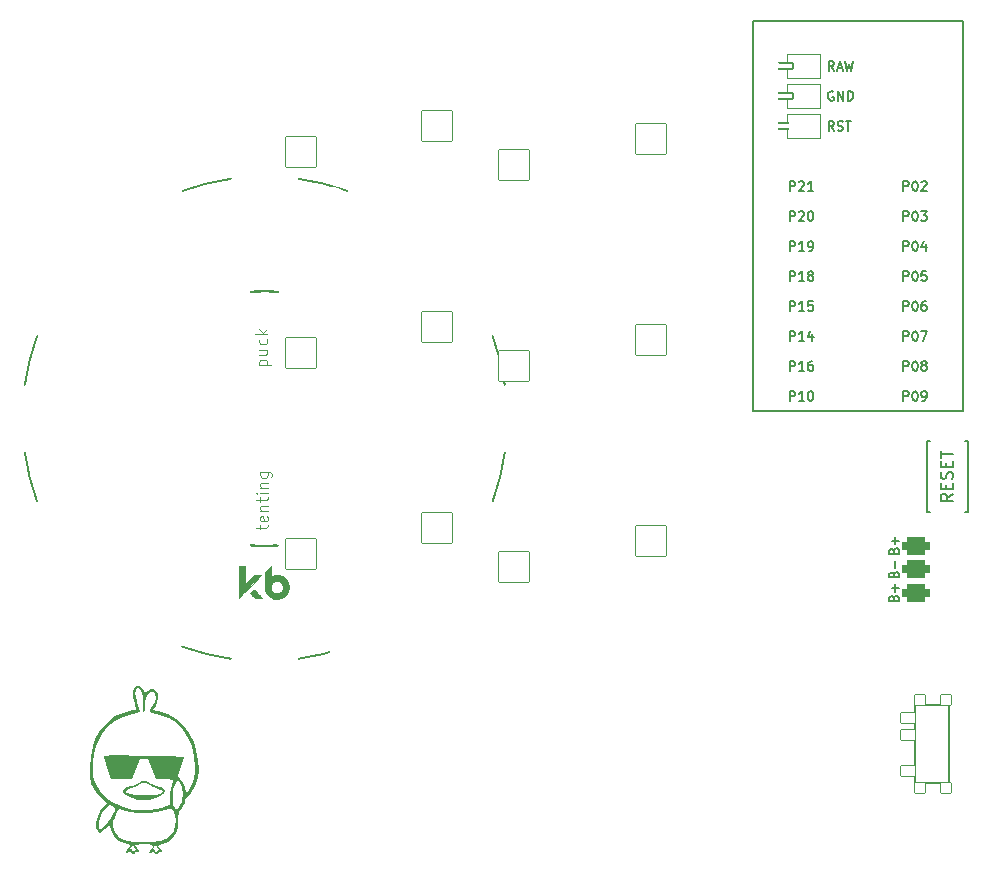
<source format=gto>
%TF.GenerationSoftware,KiCad,Pcbnew,(6.0.4)*%
%TF.CreationDate,2022-07-31T17:14:54+02:00*%
%TF.ProjectId,konafa,6b6f6e61-6661-42e6-9b69-6361645f7063,v1.0.0*%
%TF.SameCoordinates,Original*%
%TF.FileFunction,Legend,Top*%
%TF.FilePolarity,Positive*%
%FSLAX46Y46*%
G04 Gerber Fmt 4.6, Leading zero omitted, Abs format (unit mm)*
G04 Created by KiCad (PCBNEW (6.0.4)) date 2022-07-31 17:14:54*
%MOMM*%
%LPD*%
G01*
G04 APERTURE LIST*
G04 Aperture macros list*
%AMRoundRect*
0 Rectangle with rounded corners*
0 $1 Rounding radius*
0 $2 $3 $4 $5 $6 $7 $8 $9 X,Y pos of 4 corners*
0 Add a 4 corners polygon primitive as box body*
4,1,4,$2,$3,$4,$5,$6,$7,$8,$9,$2,$3,0*
0 Add four circle primitives for the rounded corners*
1,1,$1+$1,$2,$3*
1,1,$1+$1,$4,$5*
1,1,$1+$1,$6,$7*
1,1,$1+$1,$8,$9*
0 Add four rect primitives between the rounded corners*
20,1,$1+$1,$2,$3,$4,$5,0*
20,1,$1+$1,$4,$5,$6,$7,0*
20,1,$1+$1,$6,$7,$8,$9,0*
20,1,$1+$1,$8,$9,$2,$3,0*%
%AMFreePoly0*
4,1,16,0.535355,0.785355,0.550000,0.750000,0.550000,-0.750000,0.535355,-0.785355,0.500000,-0.800000,-0.650000,-0.800000,-0.685355,-0.785355,-0.700000,-0.750000,-0.691603,-0.722265,-0.210093,0.000000,-0.691603,0.722265,-0.699029,0.759806,-0.677735,0.791603,-0.650000,0.800000,0.500000,0.800000,0.535355,0.785355,0.535355,0.785355,$1*%
%AMFreePoly1*
4,1,16,0.535355,0.785355,0.541603,0.777735,1.041603,0.027735,1.049029,-0.009806,1.041603,-0.027735,0.541603,-0.777735,0.509806,-0.799029,0.500000,-0.800000,-0.500000,-0.800000,-0.535355,-0.785355,-0.550000,-0.750000,-0.550000,0.750000,-0.535355,0.785355,-0.500000,0.800000,0.500000,0.800000,0.535355,0.785355,0.535355,0.785355,$1*%
G04 Aperture macros list end*
%ADD10C,0.150000*%
%ADD11C,0.100000*%
%ADD12C,0.120000*%
%ADD13C,0.200000*%
%ADD14C,0.010000*%
%ADD15C,2.000000*%
%ADD16RoundRect,0.375000X-0.750000X0.375000X-0.750000X-0.375000X0.750000X-0.375000X0.750000X0.375000X0*%
%ADD17C,1.752600*%
%ADD18C,5.100000*%
%ADD19C,2.100000*%
%ADD20C,3.100000*%
%ADD21C,1.801800*%
%ADD22C,3.529000*%
%ADD23C,2.132000*%
%ADD24RoundRect,0.050000X-1.054507X-1.505993X1.505993X-1.054507X1.054507X1.505993X-1.505993X1.054507X0*%
%ADD25RoundRect,0.050000X-1.181751X-1.408356X1.408356X-1.181751X1.181751X1.408356X-1.408356X1.181751X0*%
%ADD26RoundRect,0.050000X-1.300000X-1.300000X1.300000X-1.300000X1.300000X1.300000X-1.300000X1.300000X0*%
%ADD27RoundRect,0.050000X-0.450000X0.450000X-0.450000X-0.450000X0.450000X-0.450000X0.450000X0.450000X0*%
%ADD28RoundRect,0.050000X-0.625000X0.450000X-0.625000X-0.450000X0.625000X-0.450000X0.625000X0.450000X0*%
%ADD29C,1.100000*%
%ADD30RoundRect,0.050000X-1.692328X-0.718350X0.718350X-1.692328X1.692328X0.718350X-0.718350X1.692328X0*%
%ADD31RoundRect,0.425000X-0.750000X0.375000X-0.750000X-0.375000X0.750000X-0.375000X0.750000X0.375000X0*%
%ADD32RoundRect,0.050000X-0.863113X-1.623279X1.623279X-0.863113X0.863113X1.623279X-1.623279X0.863113X0*%
%ADD33RoundRect,0.050000X-1.448740X-1.131880X1.131880X-1.448740X1.448740X1.131880X-1.131880X1.448740X0*%
%ADD34C,1.852600*%
%ADD35FreePoly0,180.000000*%
%ADD36RoundRect,0.050000X-0.762000X0.250000X-0.762000X-0.250000X0.762000X-0.250000X0.762000X0.250000X0*%
%ADD37FreePoly1,180.000000*%
%ADD38C,4.500000*%
G04 APERTURE END LIST*
D10*
%TO.C,*%
%TO.C,B1*%
X162359171Y80540873D02*
X161882981Y80207539D01*
X162359171Y79969444D02*
X161359171Y79969444D01*
X161359171Y80350396D01*
X161406791Y80445634D01*
X161454410Y80493254D01*
X161549648Y80540873D01*
X161692505Y80540873D01*
X161787743Y80493254D01*
X161835362Y80445634D01*
X161882981Y80350396D01*
X161882981Y79969444D01*
X161835362Y80969444D02*
X161835362Y81302777D01*
X162359171Y81445634D02*
X162359171Y80969444D01*
X161359171Y80969444D01*
X161359171Y81445634D01*
X162311552Y81826587D02*
X162359171Y81969444D01*
X162359171Y82207539D01*
X162311552Y82302777D01*
X162263933Y82350396D01*
X162168695Y82398015D01*
X162073457Y82398015D01*
X161978219Y82350396D01*
X161930600Y82302777D01*
X161882981Y82207539D01*
X161835362Y82017063D01*
X161787743Y81921825D01*
X161740124Y81874206D01*
X161644886Y81826587D01*
X161549648Y81826587D01*
X161454410Y81874206D01*
X161406791Y81921825D01*
X161359171Y82017063D01*
X161359171Y82255158D01*
X161406791Y82398015D01*
X161835362Y82826587D02*
X161835362Y83159920D01*
X162359171Y83302777D02*
X162359171Y82826587D01*
X161359171Y82826587D01*
X161359171Y83302777D01*
X161359171Y83588492D02*
X161359171Y84159920D01*
X162359171Y83874206D02*
X161359171Y83874206D01*
%TO.C,PAD1*%
X157382648Y73724158D02*
X157420743Y73838444D01*
X157458838Y73876539D01*
X157535029Y73914634D01*
X157649314Y73914634D01*
X157725505Y73876539D01*
X157763600Y73838444D01*
X157801695Y73762254D01*
X157801695Y73457492D01*
X157001695Y73457492D01*
X157001695Y73724158D01*
X157039791Y73800349D01*
X157077886Y73838444D01*
X157154076Y73876539D01*
X157230267Y73876539D01*
X157306457Y73838444D01*
X157344552Y73800349D01*
X157382648Y73724158D01*
X157382648Y73457492D01*
X157496933Y74257492D02*
X157496933Y74867015D01*
X157382648Y75724158D02*
X157420743Y75838444D01*
X157458838Y75876539D01*
X157535029Y75914634D01*
X157649314Y75914634D01*
X157725505Y75876539D01*
X157763600Y75838444D01*
X157801695Y75762254D01*
X157801695Y75457492D01*
X157001695Y75457492D01*
X157001695Y75724158D01*
X157039791Y75800349D01*
X157077886Y75838444D01*
X157154076Y75876539D01*
X157230267Y75876539D01*
X157306457Y75838444D01*
X157344552Y75800349D01*
X157382648Y75724158D01*
X157382648Y75457492D01*
X157496933Y76257492D02*
X157496933Y76867015D01*
X157801695Y76562254D02*
X157192171Y76562254D01*
X157382648Y71724158D02*
X157420743Y71838444D01*
X157458838Y71876539D01*
X157535029Y71914634D01*
X157649314Y71914634D01*
X157725505Y71876539D01*
X157763600Y71838444D01*
X157801695Y71762254D01*
X157801695Y71457492D01*
X157001695Y71457492D01*
X157001695Y71724158D01*
X157039791Y71800349D01*
X157077886Y71838444D01*
X157154076Y71876539D01*
X157230267Y71876539D01*
X157306457Y71838444D01*
X157344552Y71800349D01*
X157382648Y71724158D01*
X157382648Y71457492D01*
X157496933Y72257492D02*
X157496933Y72867015D01*
X157801695Y72562254D02*
X157192171Y72562254D01*
%TO.C,MCU1*%
X158185784Y90977349D02*
X158185784Y91777349D01*
X158490546Y91777349D01*
X158566736Y91739254D01*
X158604832Y91701158D01*
X158642927Y91624968D01*
X158642927Y91510682D01*
X158604832Y91434492D01*
X158566736Y91396396D01*
X158490546Y91358301D01*
X158185784Y91358301D01*
X159138165Y91777349D02*
X159214355Y91777349D01*
X159290546Y91739254D01*
X159328641Y91701158D01*
X159366736Y91624968D01*
X159404832Y91472587D01*
X159404832Y91282111D01*
X159366736Y91129730D01*
X159328641Y91053539D01*
X159290546Y91015444D01*
X159214355Y90977349D01*
X159138165Y90977349D01*
X159061974Y91015444D01*
X159023879Y91053539D01*
X158985784Y91129730D01*
X158947689Y91282111D01*
X158947689Y91472587D01*
X158985784Y91624968D01*
X159023879Y91701158D01*
X159061974Y91739254D01*
X159138165Y91777349D01*
X159861974Y91434492D02*
X159785784Y91472587D01*
X159747689Y91510682D01*
X159709593Y91586873D01*
X159709593Y91624968D01*
X159747689Y91701158D01*
X159785784Y91739254D01*
X159861974Y91777349D01*
X160014355Y91777349D01*
X160090546Y91739254D01*
X160128641Y91701158D01*
X160166736Y91624968D01*
X160166736Y91586873D01*
X160128641Y91510682D01*
X160090546Y91472587D01*
X160014355Y91434492D01*
X159861974Y91434492D01*
X159785784Y91396396D01*
X159747689Y91358301D01*
X159709593Y91282111D01*
X159709593Y91129730D01*
X159747689Y91053539D01*
X159785784Y91015444D01*
X159861974Y90977349D01*
X160014355Y90977349D01*
X160090546Y91015444D01*
X160128641Y91053539D01*
X160166736Y91129730D01*
X160166736Y91282111D01*
X160128641Y91358301D01*
X160090546Y91396396D01*
X160014355Y91434492D01*
X148585784Y106217349D02*
X148585784Y107017349D01*
X148890546Y107017349D01*
X148966736Y106979254D01*
X149004832Y106941158D01*
X149042927Y106864968D01*
X149042927Y106750682D01*
X149004832Y106674492D01*
X148966736Y106636396D01*
X148890546Y106598301D01*
X148585784Y106598301D01*
X149347689Y106941158D02*
X149385784Y106979254D01*
X149461974Y107017349D01*
X149652451Y107017349D01*
X149728641Y106979254D01*
X149766736Y106941158D01*
X149804832Y106864968D01*
X149804832Y106788777D01*
X149766736Y106674492D01*
X149309593Y106217349D01*
X149804832Y106217349D01*
X150566736Y106217349D02*
X150109593Y106217349D01*
X150338165Y106217349D02*
X150338165Y107017349D01*
X150261974Y106903063D01*
X150185784Y106826873D01*
X150109593Y106788777D01*
X148585784Y93517349D02*
X148585784Y94317349D01*
X148890546Y94317349D01*
X148966736Y94279254D01*
X149004832Y94241158D01*
X149042927Y94164968D01*
X149042927Y94050682D01*
X149004832Y93974492D01*
X148966736Y93936396D01*
X148890546Y93898301D01*
X148585784Y93898301D01*
X149804832Y93517349D02*
X149347689Y93517349D01*
X149576260Y93517349D02*
X149576260Y94317349D01*
X149500070Y94203063D01*
X149423879Y94126873D01*
X149347689Y94088777D01*
X150490546Y94050682D02*
X150490546Y93517349D01*
X150300070Y94355444D02*
X150109593Y93784015D01*
X150604832Y93784015D01*
X148585784Y103677349D02*
X148585784Y104477349D01*
X148890546Y104477349D01*
X148966736Y104439254D01*
X149004832Y104401158D01*
X149042927Y104324968D01*
X149042927Y104210682D01*
X149004832Y104134492D01*
X148966736Y104096396D01*
X148890546Y104058301D01*
X148585784Y104058301D01*
X149347689Y104401158D02*
X149385784Y104439254D01*
X149461974Y104477349D01*
X149652451Y104477349D01*
X149728641Y104439254D01*
X149766736Y104401158D01*
X149804832Y104324968D01*
X149804832Y104248777D01*
X149766736Y104134492D01*
X149309593Y103677349D01*
X149804832Y103677349D01*
X150300070Y104477349D02*
X150376260Y104477349D01*
X150452451Y104439254D01*
X150490546Y104401158D01*
X150528641Y104324968D01*
X150566736Y104172587D01*
X150566736Y103982111D01*
X150528641Y103829730D01*
X150490546Y103753539D01*
X150452451Y103715444D01*
X150376260Y103677349D01*
X150300070Y103677349D01*
X150223879Y103715444D01*
X150185784Y103753539D01*
X150147689Y103829730D01*
X150109593Y103982111D01*
X150109593Y104172587D01*
X150147689Y104324968D01*
X150185784Y104401158D01*
X150223879Y104439254D01*
X150300070Y104477349D01*
X152305594Y111297349D02*
X152038928Y111678301D01*
X151848451Y111297349D02*
X151848451Y112097349D01*
X152153213Y112097349D01*
X152229404Y112059254D01*
X152267499Y112021158D01*
X152305594Y111944968D01*
X152305594Y111830682D01*
X152267499Y111754492D01*
X152229404Y111716396D01*
X152153213Y111678301D01*
X151848451Y111678301D01*
X152610356Y111335444D02*
X152724642Y111297349D01*
X152915118Y111297349D01*
X152991309Y111335444D01*
X153029404Y111373539D01*
X153067499Y111449730D01*
X153067499Y111525920D01*
X153029404Y111602111D01*
X152991309Y111640206D01*
X152915118Y111678301D01*
X152762737Y111716396D01*
X152686547Y111754492D01*
X152648451Y111792587D01*
X152610356Y111868777D01*
X152610356Y111944968D01*
X152648451Y112021158D01*
X152686547Y112059254D01*
X152762737Y112097349D01*
X152953213Y112097349D01*
X153067499Y112059254D01*
X153296070Y112097349D02*
X153753213Y112097349D01*
X153524642Y111297349D02*
X153524642Y112097349D01*
X158185784Y88437349D02*
X158185784Y89237349D01*
X158490546Y89237349D01*
X158566736Y89199254D01*
X158604832Y89161158D01*
X158642927Y89084968D01*
X158642927Y88970682D01*
X158604832Y88894492D01*
X158566736Y88856396D01*
X158490546Y88818301D01*
X158185784Y88818301D01*
X159138165Y89237349D02*
X159214355Y89237349D01*
X159290546Y89199254D01*
X159328641Y89161158D01*
X159366736Y89084968D01*
X159404832Y88932587D01*
X159404832Y88742111D01*
X159366736Y88589730D01*
X159328641Y88513539D01*
X159290546Y88475444D01*
X159214355Y88437349D01*
X159138165Y88437349D01*
X159061974Y88475444D01*
X159023879Y88513539D01*
X158985784Y88589730D01*
X158947689Y88742111D01*
X158947689Y88932587D01*
X158985784Y89084968D01*
X159023879Y89161158D01*
X159061974Y89199254D01*
X159138165Y89237349D01*
X159785784Y88437349D02*
X159938165Y88437349D01*
X160014355Y88475444D01*
X160052451Y88513539D01*
X160128641Y88627825D01*
X160166736Y88780206D01*
X160166736Y89084968D01*
X160128641Y89161158D01*
X160090546Y89199254D01*
X160014355Y89237349D01*
X159861974Y89237349D01*
X159785784Y89199254D01*
X159747689Y89161158D01*
X159709593Y89084968D01*
X159709593Y88894492D01*
X159747689Y88818301D01*
X159785784Y88780206D01*
X159861974Y88742111D01*
X160014355Y88742111D01*
X160090546Y88780206D01*
X160128641Y88818301D01*
X160166736Y88894492D01*
X148585784Y90977349D02*
X148585784Y91777349D01*
X148890546Y91777349D01*
X148966736Y91739254D01*
X149004832Y91701158D01*
X149042927Y91624968D01*
X149042927Y91510682D01*
X149004832Y91434492D01*
X148966736Y91396396D01*
X148890546Y91358301D01*
X148585784Y91358301D01*
X149804832Y90977349D02*
X149347689Y90977349D01*
X149576260Y90977349D02*
X149576260Y91777349D01*
X149500070Y91663063D01*
X149423879Y91586873D01*
X149347689Y91548777D01*
X150490546Y91777349D02*
X150338165Y91777349D01*
X150261974Y91739254D01*
X150223879Y91701158D01*
X150147689Y91586873D01*
X150109593Y91434492D01*
X150109593Y91129730D01*
X150147689Y91053539D01*
X150185784Y91015444D01*
X150261974Y90977349D01*
X150414355Y90977349D01*
X150490546Y91015444D01*
X150528641Y91053539D01*
X150566736Y91129730D01*
X150566736Y91320206D01*
X150528641Y91396396D01*
X150490546Y91434492D01*
X150414355Y91472587D01*
X150261974Y91472587D01*
X150185784Y91434492D01*
X150147689Y91396396D01*
X150109593Y91320206D01*
X152305595Y116377349D02*
X152038928Y116758301D01*
X151848452Y116377349D02*
X151848452Y117177349D01*
X152153214Y117177349D01*
X152229404Y117139254D01*
X152267499Y117101158D01*
X152305595Y117024968D01*
X152305595Y116910682D01*
X152267499Y116834492D01*
X152229404Y116796396D01*
X152153214Y116758301D01*
X151848452Y116758301D01*
X152610356Y116605920D02*
X152991309Y116605920D01*
X152534166Y116377349D02*
X152800833Y117177349D01*
X153067499Y116377349D01*
X153257976Y117177349D02*
X153448452Y116377349D01*
X153600833Y116948777D01*
X153753214Y116377349D01*
X153943690Y117177349D01*
X158185784Y106217349D02*
X158185784Y107017349D01*
X158490546Y107017349D01*
X158566736Y106979254D01*
X158604832Y106941158D01*
X158642927Y106864968D01*
X158642927Y106750682D01*
X158604832Y106674492D01*
X158566736Y106636396D01*
X158490546Y106598301D01*
X158185784Y106598301D01*
X159138165Y107017349D02*
X159214355Y107017349D01*
X159290546Y106979254D01*
X159328641Y106941158D01*
X159366736Y106864968D01*
X159404832Y106712587D01*
X159404832Y106522111D01*
X159366736Y106369730D01*
X159328641Y106293539D01*
X159290546Y106255444D01*
X159214355Y106217349D01*
X159138165Y106217349D01*
X159061974Y106255444D01*
X159023879Y106293539D01*
X158985784Y106369730D01*
X158947689Y106522111D01*
X158947689Y106712587D01*
X158985784Y106864968D01*
X159023879Y106941158D01*
X159061974Y106979254D01*
X159138165Y107017349D01*
X159709593Y106941158D02*
X159747689Y106979254D01*
X159823879Y107017349D01*
X160014355Y107017349D01*
X160090546Y106979254D01*
X160128641Y106941158D01*
X160166736Y106864968D01*
X160166736Y106788777D01*
X160128641Y106674492D01*
X159671498Y106217349D01*
X160166736Y106217349D01*
X148585784Y98597349D02*
X148585784Y99397349D01*
X148890546Y99397349D01*
X148966736Y99359254D01*
X149004832Y99321158D01*
X149042927Y99244968D01*
X149042927Y99130682D01*
X149004832Y99054492D01*
X148966736Y99016396D01*
X148890546Y98978301D01*
X148585784Y98978301D01*
X149804832Y98597349D02*
X149347689Y98597349D01*
X149576260Y98597349D02*
X149576260Y99397349D01*
X149500070Y99283063D01*
X149423879Y99206873D01*
X149347689Y99168777D01*
X150261974Y99054492D02*
X150185784Y99092587D01*
X150147689Y99130682D01*
X150109593Y99206873D01*
X150109593Y99244968D01*
X150147689Y99321158D01*
X150185784Y99359254D01*
X150261974Y99397349D01*
X150414355Y99397349D01*
X150490546Y99359254D01*
X150528641Y99321158D01*
X150566736Y99244968D01*
X150566736Y99206873D01*
X150528641Y99130682D01*
X150490546Y99092587D01*
X150414355Y99054492D01*
X150261974Y99054492D01*
X150185784Y99016396D01*
X150147689Y98978301D01*
X150109593Y98902111D01*
X150109593Y98749730D01*
X150147689Y98673539D01*
X150185784Y98635444D01*
X150261974Y98597349D01*
X150414355Y98597349D01*
X150490546Y98635444D01*
X150528641Y98673539D01*
X150566736Y98749730D01*
X150566736Y98902111D01*
X150528641Y98978301D01*
X150490546Y99016396D01*
X150414355Y99054492D01*
X148585784Y88437349D02*
X148585784Y89237349D01*
X148890546Y89237349D01*
X148966736Y89199254D01*
X149004832Y89161158D01*
X149042927Y89084968D01*
X149042927Y88970682D01*
X149004832Y88894492D01*
X148966736Y88856396D01*
X148890546Y88818301D01*
X148585784Y88818301D01*
X149804832Y88437349D02*
X149347689Y88437349D01*
X149576260Y88437349D02*
X149576260Y89237349D01*
X149500070Y89123063D01*
X149423879Y89046873D01*
X149347689Y89008777D01*
X150300070Y89237349D02*
X150376260Y89237349D01*
X150452451Y89199254D01*
X150490546Y89161158D01*
X150528641Y89084968D01*
X150566736Y88932587D01*
X150566736Y88742111D01*
X150528641Y88589730D01*
X150490546Y88513539D01*
X150452451Y88475444D01*
X150376260Y88437349D01*
X150300070Y88437349D01*
X150223879Y88475444D01*
X150185784Y88513539D01*
X150147689Y88589730D01*
X150109593Y88742111D01*
X150109593Y88932587D01*
X150147689Y89084968D01*
X150185784Y89161158D01*
X150223879Y89199254D01*
X150300070Y89237349D01*
X158185784Y103677349D02*
X158185784Y104477349D01*
X158490546Y104477349D01*
X158566736Y104439254D01*
X158604832Y104401158D01*
X158642927Y104324968D01*
X158642927Y104210682D01*
X158604832Y104134492D01*
X158566736Y104096396D01*
X158490546Y104058301D01*
X158185784Y104058301D01*
X159138165Y104477349D02*
X159214355Y104477349D01*
X159290546Y104439254D01*
X159328641Y104401158D01*
X159366736Y104324968D01*
X159404832Y104172587D01*
X159404832Y103982111D01*
X159366736Y103829730D01*
X159328641Y103753539D01*
X159290546Y103715444D01*
X159214355Y103677349D01*
X159138165Y103677349D01*
X159061974Y103715444D01*
X159023879Y103753539D01*
X158985784Y103829730D01*
X158947689Y103982111D01*
X158947689Y104172587D01*
X158985784Y104324968D01*
X159023879Y104401158D01*
X159061974Y104439254D01*
X159138165Y104477349D01*
X159671498Y104477349D02*
X160166736Y104477349D01*
X159900070Y104172587D01*
X160014355Y104172587D01*
X160090546Y104134492D01*
X160128641Y104096396D01*
X160166736Y104020206D01*
X160166736Y103829730D01*
X160128641Y103753539D01*
X160090546Y103715444D01*
X160014355Y103677349D01*
X159785784Y103677349D01*
X159709593Y103715444D01*
X159671498Y103753539D01*
X158185784Y93517349D02*
X158185784Y94317349D01*
X158490546Y94317349D01*
X158566736Y94279254D01*
X158604832Y94241158D01*
X158642927Y94164968D01*
X158642927Y94050682D01*
X158604832Y93974492D01*
X158566736Y93936396D01*
X158490546Y93898301D01*
X158185784Y93898301D01*
X159138165Y94317349D02*
X159214355Y94317349D01*
X159290546Y94279254D01*
X159328641Y94241158D01*
X159366736Y94164968D01*
X159404832Y94012587D01*
X159404832Y93822111D01*
X159366736Y93669730D01*
X159328641Y93593539D01*
X159290546Y93555444D01*
X159214355Y93517349D01*
X159138165Y93517349D01*
X159061974Y93555444D01*
X159023879Y93593539D01*
X158985784Y93669730D01*
X158947689Y93822111D01*
X158947689Y94012587D01*
X158985784Y94164968D01*
X159023879Y94241158D01*
X159061974Y94279254D01*
X159138165Y94317349D01*
X159671498Y94317349D02*
X160204832Y94317349D01*
X159861974Y93517349D01*
X148585784Y101137349D02*
X148585784Y101937349D01*
X148890546Y101937349D01*
X148966736Y101899254D01*
X149004832Y101861158D01*
X149042927Y101784968D01*
X149042927Y101670682D01*
X149004832Y101594492D01*
X148966736Y101556396D01*
X148890546Y101518301D01*
X148585784Y101518301D01*
X149804832Y101137349D02*
X149347689Y101137349D01*
X149576260Y101137349D02*
X149576260Y101937349D01*
X149500070Y101823063D01*
X149423879Y101746873D01*
X149347689Y101708777D01*
X150185784Y101137349D02*
X150338165Y101137349D01*
X150414355Y101175444D01*
X150452451Y101213539D01*
X150528641Y101327825D01*
X150566736Y101480206D01*
X150566736Y101784968D01*
X150528641Y101861158D01*
X150490546Y101899254D01*
X150414355Y101937349D01*
X150261974Y101937349D01*
X150185784Y101899254D01*
X150147689Y101861158D01*
X150109593Y101784968D01*
X150109593Y101594492D01*
X150147689Y101518301D01*
X150185784Y101480206D01*
X150261974Y101442111D01*
X150414355Y101442111D01*
X150490546Y101480206D01*
X150528641Y101518301D01*
X150566736Y101594492D01*
X152248452Y114599254D02*
X152172261Y114637349D01*
X152057976Y114637349D01*
X151943690Y114599254D01*
X151867499Y114523063D01*
X151829404Y114446873D01*
X151791309Y114294492D01*
X151791309Y114180206D01*
X151829404Y114027825D01*
X151867499Y113951634D01*
X151943690Y113875444D01*
X152057976Y113837349D01*
X152134166Y113837349D01*
X152248452Y113875444D01*
X152286547Y113913539D01*
X152286547Y114180206D01*
X152134166Y114180206D01*
X152629404Y113837349D02*
X152629404Y114637349D01*
X153086547Y113837349D01*
X153086547Y114637349D01*
X153467499Y113837349D02*
X153467499Y114637349D01*
X153657976Y114637349D01*
X153772261Y114599254D01*
X153848452Y114523063D01*
X153886547Y114446873D01*
X153924642Y114294492D01*
X153924642Y114180206D01*
X153886547Y114027825D01*
X153848452Y113951634D01*
X153772261Y113875444D01*
X153657976Y113837349D01*
X153467499Y113837349D01*
X158185784Y101137349D02*
X158185784Y101937349D01*
X158490546Y101937349D01*
X158566736Y101899254D01*
X158604832Y101861158D01*
X158642927Y101784968D01*
X158642927Y101670682D01*
X158604832Y101594492D01*
X158566736Y101556396D01*
X158490546Y101518301D01*
X158185784Y101518301D01*
X159138165Y101937349D02*
X159214355Y101937349D01*
X159290546Y101899254D01*
X159328641Y101861158D01*
X159366736Y101784968D01*
X159404832Y101632587D01*
X159404832Y101442111D01*
X159366736Y101289730D01*
X159328641Y101213539D01*
X159290546Y101175444D01*
X159214355Y101137349D01*
X159138165Y101137349D01*
X159061974Y101175444D01*
X159023879Y101213539D01*
X158985784Y101289730D01*
X158947689Y101442111D01*
X158947689Y101632587D01*
X158985784Y101784968D01*
X159023879Y101861158D01*
X159061974Y101899254D01*
X159138165Y101937349D01*
X160090546Y101670682D02*
X160090546Y101137349D01*
X159900070Y101975444D02*
X159709593Y101404015D01*
X160204832Y101404015D01*
X158185784Y98597349D02*
X158185784Y99397349D01*
X158490546Y99397349D01*
X158566736Y99359254D01*
X158604832Y99321158D01*
X158642927Y99244968D01*
X158642927Y99130682D01*
X158604832Y99054492D01*
X158566736Y99016396D01*
X158490546Y98978301D01*
X158185784Y98978301D01*
X159138165Y99397349D02*
X159214355Y99397349D01*
X159290546Y99359254D01*
X159328641Y99321158D01*
X159366736Y99244968D01*
X159404832Y99092587D01*
X159404832Y98902111D01*
X159366736Y98749730D01*
X159328641Y98673539D01*
X159290546Y98635444D01*
X159214355Y98597349D01*
X159138165Y98597349D01*
X159061974Y98635444D01*
X159023879Y98673539D01*
X158985784Y98749730D01*
X158947689Y98902111D01*
X158947689Y99092587D01*
X158985784Y99244968D01*
X159023879Y99321158D01*
X159061974Y99359254D01*
X159138165Y99397349D01*
X160128641Y99397349D02*
X159747689Y99397349D01*
X159709593Y99016396D01*
X159747689Y99054492D01*
X159823879Y99092587D01*
X160014355Y99092587D01*
X160090546Y99054492D01*
X160128641Y99016396D01*
X160166736Y98940206D01*
X160166736Y98749730D01*
X160128641Y98673539D01*
X160090546Y98635444D01*
X160014355Y98597349D01*
X159823879Y98597349D01*
X159747689Y98635444D01*
X159709593Y98673539D01*
X148585784Y96057349D02*
X148585784Y96857349D01*
X148890546Y96857349D01*
X148966736Y96819254D01*
X149004832Y96781158D01*
X149042927Y96704968D01*
X149042927Y96590682D01*
X149004832Y96514492D01*
X148966736Y96476396D01*
X148890546Y96438301D01*
X148585784Y96438301D01*
X149804832Y96057349D02*
X149347689Y96057349D01*
X149576260Y96057349D02*
X149576260Y96857349D01*
X149500070Y96743063D01*
X149423879Y96666873D01*
X149347689Y96628777D01*
X150528641Y96857349D02*
X150147689Y96857349D01*
X150109593Y96476396D01*
X150147689Y96514492D01*
X150223879Y96552587D01*
X150414355Y96552587D01*
X150490546Y96514492D01*
X150528641Y96476396D01*
X150566736Y96400206D01*
X150566736Y96209730D01*
X150528641Y96133539D01*
X150490546Y96095444D01*
X150414355Y96057349D01*
X150223879Y96057349D01*
X150147689Y96095444D01*
X150109593Y96133539D01*
X158185784Y96057349D02*
X158185784Y96857349D01*
X158490546Y96857349D01*
X158566736Y96819254D01*
X158604832Y96781158D01*
X158642927Y96704968D01*
X158642927Y96590682D01*
X158604832Y96514492D01*
X158566736Y96476396D01*
X158490546Y96438301D01*
X158185784Y96438301D01*
X159138165Y96857349D02*
X159214355Y96857349D01*
X159290546Y96819254D01*
X159328641Y96781158D01*
X159366736Y96704968D01*
X159404832Y96552587D01*
X159404832Y96362111D01*
X159366736Y96209730D01*
X159328641Y96133539D01*
X159290546Y96095444D01*
X159214355Y96057349D01*
X159138165Y96057349D01*
X159061974Y96095444D01*
X159023879Y96133539D01*
X158985784Y96209730D01*
X158947689Y96362111D01*
X158947689Y96552587D01*
X158985784Y96704968D01*
X159023879Y96781158D01*
X159061974Y96819254D01*
X159138165Y96857349D01*
X160090546Y96857349D02*
X159938165Y96857349D01*
X159861974Y96819254D01*
X159823879Y96781158D01*
X159747689Y96666873D01*
X159709593Y96514492D01*
X159709593Y96209730D01*
X159747689Y96133539D01*
X159785784Y96095444D01*
X159861974Y96057349D01*
X160014355Y96057349D01*
X160090546Y96095444D01*
X160128641Y96133539D01*
X160166736Y96209730D01*
X160166736Y96400206D01*
X160128641Y96476396D01*
X160090546Y96514492D01*
X160014355Y96552587D01*
X159861974Y96552587D01*
X159785784Y96514492D01*
X159747689Y96476396D01*
X159709593Y96400206D01*
D11*
%TO.C,REF\u002A\u002A*%
X103717005Y77536254D02*
X103717005Y77917206D01*
X103383671Y77679111D02*
X104240814Y77679111D01*
X104336052Y77726730D01*
X104383671Y77821968D01*
X104383671Y77917206D01*
X104336052Y78631492D02*
X104383671Y78536254D01*
X104383671Y78345777D01*
X104336052Y78250539D01*
X104240814Y78202920D01*
X103859862Y78202920D01*
X103764624Y78250539D01*
X103717005Y78345777D01*
X103717005Y78536254D01*
X103764624Y78631492D01*
X103859862Y78679111D01*
X103955100Y78679111D01*
X104050338Y78202920D01*
X103717005Y79107682D02*
X104383671Y79107682D01*
X103812243Y79107682D02*
X103764624Y79155301D01*
X103717005Y79250539D01*
X103717005Y79393396D01*
X103764624Y79488634D01*
X103859862Y79536254D01*
X104383671Y79536254D01*
X103717005Y79869587D02*
X103717005Y80250539D01*
X103383671Y80012444D02*
X104240814Y80012444D01*
X104336052Y80060063D01*
X104383671Y80155301D01*
X104383671Y80250539D01*
X104383671Y80583873D02*
X103717005Y80583873D01*
X103383671Y80583873D02*
X103431291Y80536254D01*
X103478910Y80583873D01*
X103431291Y80631492D01*
X103383671Y80583873D01*
X103478910Y80583873D01*
X103717005Y81060063D02*
X104383671Y81060063D01*
X103812243Y81060063D02*
X103764624Y81107682D01*
X103717005Y81202920D01*
X103717005Y81345777D01*
X103764624Y81441015D01*
X103859862Y81488634D01*
X104383671Y81488634D01*
X103717005Y82393396D02*
X104526529Y82393396D01*
X104621767Y82345777D01*
X104669386Y82298158D01*
X104717005Y82202920D01*
X104717005Y82060063D01*
X104669386Y81964825D01*
X104336052Y82393396D02*
X104383671Y82298158D01*
X104383671Y82107682D01*
X104336052Y82012444D01*
X104288433Y81964825D01*
X104193195Y81917206D01*
X103907481Y81917206D01*
X103812243Y81964825D01*
X103764624Y82012444D01*
X103717005Y82107682D01*
X103717005Y82298158D01*
X103764624Y82393396D01*
X103653505Y91426754D02*
X104653505Y91426754D01*
X103701124Y91426754D02*
X103653505Y91521992D01*
X103653505Y91712468D01*
X103701124Y91807706D01*
X103748743Y91855325D01*
X103843981Y91902944D01*
X104129695Y91902944D01*
X104224933Y91855325D01*
X104272552Y91807706D01*
X104320171Y91712468D01*
X104320171Y91521992D01*
X104272552Y91426754D01*
X103653505Y92760087D02*
X104320171Y92760087D01*
X103653505Y92331515D02*
X104177314Y92331515D01*
X104272552Y92379134D01*
X104320171Y92474373D01*
X104320171Y92617230D01*
X104272552Y92712468D01*
X104224933Y92760087D01*
X104272552Y93664849D02*
X104320171Y93569611D01*
X104320171Y93379134D01*
X104272552Y93283896D01*
X104224933Y93236277D01*
X104129695Y93188658D01*
X103843981Y93188658D01*
X103748743Y93236277D01*
X103701124Y93283896D01*
X103653505Y93379134D01*
X103653505Y93569611D01*
X103701124Y93664849D01*
X104320171Y94093420D02*
X103320171Y94093420D01*
X103939219Y94188658D02*
X104320171Y94474373D01*
X103653505Y94474373D02*
X104034457Y94093420D01*
D10*
%TO.C,B1*%
X160156791Y78993254D02*
X160156791Y84993254D01*
X163656791Y78993254D02*
X163656791Y84993254D01*
X160156791Y84993254D02*
X160406791Y84993254D01*
X163656791Y78993254D02*
X163406791Y78993254D01*
X163656791Y84993254D02*
X163406791Y84993254D01*
X160156791Y78993254D02*
X160406791Y78993254D01*
%TO.C,T1*%
X162029791Y62652254D02*
X159179791Y62652254D01*
X162029791Y57402254D02*
X162029791Y61302254D01*
X159179791Y62652254D02*
X159179791Y56052254D01*
X162029791Y59352254D02*
X162029791Y56052254D01*
X159179791Y56052254D02*
X162029791Y56052254D01*
X162029791Y59352254D02*
X162029791Y62652254D01*
%TO.C,G\u002A\u002A\u002A*%
G36*
X92883978Y54811439D02*
G01*
X92740255Y54880814D01*
X92407058Y55056231D01*
X92211599Y55193916D01*
X92131416Y55310999D01*
X92130646Y55316839D01*
X92306885Y55316839D01*
X92323310Y55295956D01*
X92503738Y55201096D01*
X92814003Y55123189D01*
X93215242Y55064583D01*
X93668589Y55027628D01*
X94135180Y55014670D01*
X94576151Y55028060D01*
X94952637Y55070144D01*
X95174422Y55123679D01*
X95401772Y55233273D01*
X95460472Y55348492D01*
X95351061Y55468035D01*
X95074080Y55590598D01*
X94966078Y55625429D01*
X94664565Y55735323D01*
X94407590Y55860367D01*
X94283288Y55946404D01*
X94021677Y56093383D01*
X93736622Y56076183D01*
X93509613Y55948664D01*
X93306784Y55830100D01*
X93019752Y55709005D01*
X92844401Y55651219D01*
X92514387Y55534275D01*
X92332107Y55420696D01*
X92306885Y55316839D01*
X92130646Y55316839D01*
X92126422Y55348860D01*
X92205522Y55535943D01*
X92420663Y55696920D01*
X92738600Y55809825D01*
X92858300Y55832470D01*
X93154436Y55920791D01*
X93435028Y56068739D01*
X93454272Y56082600D01*
X93752550Y56247693D01*
X94019947Y56257391D01*
X94293936Y56111220D01*
X94343195Y56071400D01*
X94555160Y55931295D01*
X94751676Y55860051D01*
X94778751Y55857874D01*
X94966352Y55822347D01*
X95222502Y55735067D01*
X95328663Y55689960D01*
X95559074Y55566867D01*
X95659234Y55452976D01*
X95667330Y55340633D01*
X95591473Y55163612D01*
X95513088Y55091950D01*
X95111759Y54891462D01*
X94805697Y54759395D01*
X94543443Y54679643D01*
X94273536Y54636100D01*
X93989088Y54614958D01*
X93653008Y54603783D01*
X93402897Y54622991D01*
X93169604Y54687303D01*
X93109985Y54713214D01*
X93673799Y54713214D01*
X93780173Y54699930D01*
X93904422Y54697460D01*
X94087543Y54704065D01*
X94137812Y54720951D01*
X94094922Y54734152D01*
X93848204Y54748159D01*
X93713922Y54734152D01*
X93673799Y54713214D01*
X93109985Y54713214D01*
X92957906Y54779309D01*
X93263810Y54779309D01*
X93347033Y54765751D01*
X93456847Y54781317D01*
X93458158Y54810219D01*
X93344841Y54830431D01*
X93295880Y54816903D01*
X93263810Y54779309D01*
X92957906Y54779309D01*
X92883978Y54811439D01*
G37*
G36*
X94497088Y50503045D02*
G01*
X94643295Y50652401D01*
X94666692Y50756195D01*
X94555768Y50821445D01*
X94299012Y50855169D01*
X93904422Y50864400D01*
X93568863Y50857043D01*
X93308698Y50837338D01*
X93161697Y50808830D01*
X93142422Y50792855D01*
X93199034Y50688346D01*
X93311755Y50568066D01*
X93447142Y50400898D01*
X93476988Y50265739D01*
X93400694Y50201812D01*
X93317223Y50210169D01*
X93160615Y50195335D01*
X93108213Y50135377D01*
X93006711Y50026556D01*
X92885968Y50061683D01*
X92834968Y50143183D01*
X92754841Y50223695D01*
X92631524Y50185516D01*
X92462694Y50111812D01*
X92392654Y50148018D01*
X92380422Y50271016D01*
X92421728Y50379808D01*
X92582791Y50379808D01*
X92677340Y50385158D01*
X92749034Y50430786D01*
X92849174Y50473905D01*
X92916959Y50373574D01*
X92929388Y50337018D01*
X92980358Y50214712D01*
X93017398Y50247358D01*
X93029700Y50288207D01*
X93124266Y50392124D01*
X93211226Y50386159D01*
X93282980Y50379386D01*
X93221385Y50454321D01*
X93173785Y50496685D01*
X93022640Y50657352D01*
X92947636Y50779733D01*
X92909598Y50852446D01*
X92895106Y50761545D01*
X92821498Y50610467D01*
X92711837Y50521852D01*
X92594181Y50433079D01*
X92582791Y50379808D01*
X92421728Y50379808D01*
X92447013Y50446405D01*
X92549755Y50545382D01*
X92693986Y50671444D01*
X92682018Y50778173D01*
X92509132Y50871978D01*
X92258894Y50940441D01*
X91805541Y51124714D01*
X91433524Y51442555D01*
X91170096Y51867066D01*
X91092709Y52091419D01*
X90991439Y52470057D01*
X90775764Y52332967D01*
X90561682Y52165937D01*
X90369908Y51974638D01*
X90179727Y51753400D01*
X90000313Y51965066D01*
X89869742Y52239974D01*
X89848473Y52501801D01*
X90095204Y52501801D01*
X90102772Y52276291D01*
X90139765Y52147704D01*
X90163941Y52134400D01*
X90256374Y52188909D01*
X90430173Y52331426D01*
X90603135Y52489954D01*
X91293284Y52489954D01*
X91375226Y52110208D01*
X91476501Y51873648D01*
X91654061Y51601911D01*
X91877885Y51393116D01*
X92168936Y51241165D01*
X92548174Y51139962D01*
X93036561Y51083409D01*
X93655058Y51065408D01*
X94226220Y51073792D01*
X94708800Y51090617D01*
X95060360Y51114249D01*
X95319209Y51150426D01*
X95523658Y51204883D01*
X95712015Y51283357D01*
X95750220Y51301989D01*
X96123921Y51577407D01*
X96396496Y51966219D01*
X96555900Y52437813D01*
X96590089Y52961576D01*
X96540529Y53310769D01*
X96455508Y53618649D01*
X96347306Y53796201D01*
X96181045Y53859979D01*
X95921846Y53826536D01*
X95630184Y53742813D01*
X94953530Y53587774D01*
X94197082Y53510253D01*
X93433171Y53513392D01*
X92734127Y53600336D01*
X92668971Y53614115D01*
X92335075Y53693216D01*
X92053420Y53769503D01*
X91875159Y53828891D01*
X91854808Y53838335D01*
X91752825Y53860391D01*
X91681082Y53771888D01*
X91623707Y53593361D01*
X91533656Y53336287D01*
X91426116Y53126554D01*
X91411179Y53105450D01*
X91304319Y52839623D01*
X91293284Y52489954D01*
X90603135Y52489954D01*
X90635426Y52519550D01*
X90866152Y52778902D01*
X91090809Y53095367D01*
X91281265Y53421544D01*
X91409387Y53710034D01*
X91448261Y53889059D01*
X91380701Y53995723D01*
X91215710Y54113267D01*
X91203142Y54119902D01*
X91054781Y54186990D01*
X90944970Y54184016D01*
X90822020Y54091411D01*
X90654733Y53912295D01*
X90448858Y53651510D01*
X90275909Y53376808D01*
X90223346Y53268946D01*
X90158061Y53047223D01*
X90114491Y52775143D01*
X90095204Y52501801D01*
X89848473Y52501801D01*
X89840202Y52603612D01*
X89902370Y53016274D01*
X90046922Y53438258D01*
X90264536Y53829856D01*
X90504870Y54113825D01*
X90761494Y54357583D01*
X90302999Y54776621D01*
X89826443Y55321596D01*
X89567296Y55759042D01*
X89447141Y56012240D01*
X89368080Y56220018D01*
X89321752Y56429518D01*
X89299794Y56687883D01*
X89293841Y57042258D01*
X89294371Y57297579D01*
X89297495Y57341400D01*
X89553696Y57341400D01*
X89557400Y56928222D01*
X89578822Y56628157D01*
X89627684Y56385171D01*
X89713705Y56143232D01*
X89792844Y55962855D01*
X90136304Y55401988D01*
X90621028Y54892268D01*
X91222119Y54452211D01*
X91914683Y54100333D01*
X92603812Y53872265D01*
X93082786Y53794861D01*
X93663314Y53766986D01*
X94285788Y53786196D01*
X94890603Y53850046D01*
X95418152Y53956093D01*
X95543239Y53992802D01*
X96123723Y54178753D01*
X96070295Y54617077D01*
X96079465Y55080285D01*
X96325881Y55080285D01*
X96327710Y54677744D01*
X96375168Y54316992D01*
X96467775Y54056944D01*
X96475134Y54045253D01*
X96628143Y53811733D01*
X96826284Y53997877D01*
X96966130Y54193782D01*
X97086957Y54469968D01*
X97121864Y54590190D01*
X97176721Y55146150D01*
X97084261Y55689335D01*
X96907681Y56083336D01*
X96784247Y56274447D01*
X96713207Y56333717D01*
X96666647Y56278387D01*
X96652846Y56240733D01*
X96579443Y56050036D01*
X96475242Y55806585D01*
X96461032Y55775066D01*
X96370162Y55465698D01*
X96325881Y55080285D01*
X96079465Y55080285D01*
X96082096Y55213210D01*
X96150582Y55521066D01*
X96262396Y55901980D01*
X96322245Y56147438D01*
X96311960Y56287910D01*
X96213374Y56353867D01*
X96008320Y56375778D01*
X95678630Y56384113D01*
X95635186Y56385469D01*
X94892188Y56410066D01*
X94545362Y57256733D01*
X94198535Y58103400D01*
X93537991Y58103400D01*
X92844243Y56410066D01*
X91992187Y56386102D01*
X91140130Y56362137D01*
X90785489Y57302541D01*
X90651479Y57677144D01*
X90550559Y57997120D01*
X90492705Y58227962D01*
X90487272Y58334241D01*
X90565612Y58358671D01*
X90770969Y58376347D01*
X91110443Y58387339D01*
X91591135Y58391713D01*
X92220147Y58389538D01*
X93004578Y58380882D01*
X93892620Y58366851D01*
X94628610Y58353119D01*
X95310377Y58338793D01*
X95919653Y58324376D01*
X96438166Y58310372D01*
X96847646Y58297287D01*
X97129824Y58285624D01*
X97266428Y58275889D01*
X97276286Y58273424D01*
X97264632Y58184166D01*
X97205275Y57971704D01*
X97108818Y57671815D01*
X97032008Y57449106D01*
X96752989Y56659530D01*
X96977731Y56434787D01*
X97139512Y56205119D01*
X97287131Y55877216D01*
X97345176Y55696772D01*
X97487878Y55183498D01*
X97700397Y55496248D01*
X97963013Y55953635D01*
X98127499Y56429344D01*
X98208157Y56975786D01*
X98222422Y57409186D01*
X98153236Y58317446D01*
X97951835Y59154138D01*
X97627455Y59906649D01*
X97189332Y60562370D01*
X96646702Y61108689D01*
X96008799Y61532995D01*
X95284861Y61822677D01*
X94928718Y61906649D01*
X94599418Y61983285D01*
X94428121Y62077514D01*
X94403843Y62217712D01*
X94515598Y62432257D01*
X94652421Y62620354D01*
X94830072Y62942212D01*
X94878088Y63278409D01*
X94844099Y63599871D01*
X94740227Y63769180D01*
X94563612Y63789686D01*
X94470459Y63756294D01*
X94256563Y63572819D01*
X94090860Y63257823D01*
X93987793Y62845723D01*
X93961254Y62542942D01*
X93942369Y62227069D01*
X93913023Y62069667D01*
X93879665Y62060719D01*
X93848740Y62190208D01*
X93826695Y62448119D01*
X93819755Y62762786D01*
X93794031Y63302679D01*
X93718779Y63706619D01*
X93596879Y63965572D01*
X93431210Y64070503D01*
X93402355Y64072400D01*
X93240506Y63997740D01*
X93178928Y63867659D01*
X93168326Y63649227D01*
X93203966Y63327445D01*
X93275583Y62958591D01*
X93372909Y62598940D01*
X93448998Y62387233D01*
X93520542Y62193920D01*
X93546125Y62082449D01*
X93543788Y62074878D01*
X93455295Y62047212D01*
X93243659Y61996299D01*
X92951733Y61932349D01*
X92901052Y61921718D01*
X92094895Y61683228D01*
X91407043Y61325848D01*
X90829831Y60843852D01*
X90355594Y60231511D01*
X90150404Y59866170D01*
X89844649Y59165956D01*
X89655204Y58486382D01*
X89565908Y57759066D01*
X89553696Y57341400D01*
X89297495Y57341400D01*
X89363677Y58269694D01*
X89557951Y59160199D01*
X89870025Y59958686D01*
X90292730Y60654747D01*
X90818899Y61237974D01*
X91441364Y61697957D01*
X92152957Y62024288D01*
X92640005Y62155797D01*
X92910572Y62216488D01*
X93107206Y62270853D01*
X93176676Y62300432D01*
X93180759Y62399663D01*
X93145166Y62609747D01*
X93097975Y62806337D01*
X92993959Y63324682D01*
X92978234Y63751062D01*
X93050080Y64065427D01*
X93148207Y64204636D01*
X93288440Y64307755D01*
X93415811Y64302972D01*
X93550374Y64235849D01*
X93757738Y64062353D01*
X93889118Y63876231D01*
X94000814Y63643880D01*
X94255447Y63858140D01*
X94465557Y64016970D01*
X94614991Y64056293D01*
X94762434Y63976714D01*
X94881937Y63864582D01*
X95052086Y63582213D01*
X95095465Y63231293D01*
X95012346Y62855224D01*
X94873903Y62592622D01*
X94750576Y62399963D01*
X94685927Y62277032D01*
X94683403Y62256510D01*
X94773050Y62230420D01*
X94979276Y62181344D01*
X95193103Y62133920D01*
X95946464Y61887855D01*
X96621090Y61496722D01*
X97208237Y60969645D01*
X97699161Y60315748D01*
X98085118Y59544155D01*
X98301239Y58890731D01*
X98476901Y58009790D01*
X98519445Y57191338D01*
X98430843Y56447007D01*
X98213068Y55788428D01*
X97868093Y55227231D01*
X97637308Y54976059D01*
X97473252Y54785159D01*
X97382263Y54611451D01*
X97375755Y54570520D01*
X97333745Y54375923D01*
X97229657Y54132103D01*
X97096407Y53901142D01*
X96966910Y53745125D01*
X96923569Y53717622D01*
X96862620Y53652314D01*
X96826491Y53494962D01*
X96811185Y53217437D01*
X96810852Y52924013D01*
X96806347Y52515991D01*
X96776410Y52219573D01*
X96711941Y51977819D01*
X96628666Y51784018D01*
X96338971Y51371594D01*
X95938500Y51071362D01*
X95461927Y50909110D01*
X95449588Y50907085D01*
X95193056Y50836684D01*
X95098588Y50736465D01*
X95168749Y50611297D01*
X95259088Y50545382D01*
X95394479Y50409715D01*
X95419029Y50274923D01*
X95330265Y50193370D01*
X95276022Y50187066D01*
X95084469Y50130817D01*
X95016322Y50081233D01*
X94911884Y50026348D01*
X94806703Y50114193D01*
X94795850Y50128633D01*
X94684763Y50221542D01*
X94627219Y50192133D01*
X94510362Y50109045D01*
X94383563Y50127496D01*
X94327755Y50230229D01*
X94363786Y50319728D01*
X94534456Y50319728D01*
X94548861Y50309933D01*
X94611115Y50354962D01*
X94740775Y50428040D01*
X94827524Y50366648D01*
X94862211Y50310067D01*
X94937077Y50200571D01*
X94974362Y50237014D01*
X94986321Y50288207D01*
X95072375Y50393271D01*
X95158559Y50389280D01*
X95217430Y50391348D01*
X95130255Y50474349D01*
X95110922Y50488967D01*
X94967179Y50640336D01*
X94913737Y50768893D01*
X94899684Y50857263D01*
X94860890Y50780451D01*
X94860628Y50779733D01*
X94774293Y50627497D01*
X94634478Y50443629D01*
X94534456Y50319728D01*
X94363786Y50319728D01*
X94387506Y50378647D01*
X94497088Y50503045D01*
G37*
D12*
%TO.C,MCU1*%
X151118690Y115199254D02*
X151118690Y113199254D01*
X148318690Y115199254D02*
X151118690Y115199254D01*
X148318690Y112659254D02*
X151118690Y112659254D01*
D10*
X163247213Y120549254D02*
X145467213Y120549254D01*
D12*
X148318690Y117739254D02*
X151118690Y117739254D01*
X151118690Y112659254D02*
X151118690Y110659254D01*
X148318690Y113199254D02*
X148318690Y113869254D01*
X148318690Y110659254D02*
X148318690Y111344254D01*
X151118690Y110659254D02*
X148318690Y110659254D01*
X151118690Y117739254D02*
X151118690Y115739254D01*
D10*
X145467213Y87529254D02*
X163247213Y87529254D01*
D12*
X148318690Y111994254D02*
X148318690Y112659254D01*
X148318690Y117069254D02*
X148318690Y117739254D01*
D10*
X145467213Y120549254D02*
X145467213Y87529254D01*
D12*
X151118690Y115739254D02*
X148318690Y115739254D01*
D10*
X163247213Y87529254D02*
X163247213Y120549254D01*
D12*
X148318690Y114519254D02*
X148318690Y115199254D01*
X151118690Y113199254D02*
X148318690Y113199254D01*
X148318690Y115739254D02*
X148318690Y116419254D01*
D13*
%TO.C,REF\u002A\u002A*%
X124441791Y89751754D02*
G75*
G03*
X123407926Y93902299I-20320019J-2857506D01*
G01*
X105250176Y97630117D02*
G75*
G03*
X104121791Y97689254I-1128385J-10735763D01*
G01*
X102911870Y76185331D02*
G75*
G03*
X104040255Y76126195I1128379J10735785D01*
G01*
X97113745Y67608119D02*
G75*
G03*
X101264291Y66574254I7008046J19286135D01*
G01*
X102993406Y76158390D02*
G75*
G03*
X104121791Y76099254I1128379J10735785D01*
G01*
X83801791Y84036754D02*
G75*
G03*
X84835657Y79886207I20319953J2857490D01*
G01*
X104040255Y76126195D02*
G75*
G03*
X105168640Y76185331I6J10794921D01*
G01*
X101264291Y107214254D02*
G75*
G03*
X97113743Y106180388I2857496J-20319983D01*
G01*
X105168640Y97657059D02*
G75*
G03*
X104040255Y97716195I-1128379J-10735785D01*
G01*
X104040255Y97716195D02*
G75*
G03*
X102911870Y97657059I-6J-10794921D01*
G01*
X123407926Y79886208D02*
G75*
G03*
X124441791Y84036754I-19286185J7008058D01*
G01*
X106979291Y66574254D02*
G75*
G03*
X111129838Y67608120I-2857500J20320000D01*
G01*
X84835657Y93902302D02*
G75*
G03*
X83801791Y89751754I19286117J-7008044D01*
G01*
X104121791Y97689254D02*
G75*
G03*
X102993406Y97630118I-6J-10794921D01*
G01*
X104121791Y76099253D02*
G75*
G03*
X105250176Y76158390I0J10794901D01*
G01*
X111129838Y106180388D02*
G75*
G03*
X106979291Y107214254I-7008047J-19286134D01*
G01*
G36*
X104114144Y72736606D02*
G01*
X104112741Y72843235D01*
X104111697Y72965891D01*
X104111033Y73103163D01*
X104110772Y73253637D01*
X104110769Y73265373D01*
X104110682Y73957087D01*
X104618386Y74467113D01*
X104618534Y73973545D01*
X104618726Y73869305D01*
X104619215Y73772560D01*
X104619965Y73685674D01*
X104620941Y73611012D01*
X104622110Y73550937D01*
X104623437Y73507814D01*
X104624886Y73484007D01*
X104625794Y73479977D01*
X104638225Y73486291D01*
X104663071Y73502634D01*
X104687205Y73519836D01*
X104801902Y73590558D01*
X104924118Y73639662D01*
X105054501Y73667338D01*
X105193702Y73673776D01*
X105211514Y73673108D01*
X105301149Y73666556D01*
X105377632Y73654619D01*
X105449284Y73635127D01*
X105524422Y73605910D01*
X105594273Y73573271D01*
X105722206Y73497978D01*
X105835126Y73405998D01*
X105932020Y73299009D01*
X106011878Y73178684D01*
X106073688Y73046699D01*
X106116440Y72904730D01*
X106139121Y72754451D01*
X106142682Y72664781D01*
X106132391Y72512303D01*
X106101035Y72367739D01*
X106047890Y72228503D01*
X105990635Y72121584D01*
X105904923Y72001291D01*
X105803310Y71896442D01*
X105687977Y71808120D01*
X105561102Y71737406D01*
X105424866Y71685383D01*
X105281447Y71653130D01*
X105133026Y71641731D01*
X105032780Y71646214D01*
X104888172Y71671095D01*
X104747604Y71717370D01*
X104614431Y71783349D01*
X104492011Y71867346D01*
X104383699Y71967672D01*
X104375305Y71976838D01*
X104294174Y72080958D01*
X104224482Y72199140D01*
X104169316Y72325003D01*
X104131763Y72452163D01*
X104122894Y72498613D01*
X104120281Y72527008D01*
X104117936Y72577080D01*
X104116467Y72627414D01*
X104612805Y72627414D01*
X104623377Y72529865D01*
X104653809Y72435846D01*
X104682463Y72381701D01*
X104749397Y72293418D01*
X104828878Y72222541D01*
X104918310Y72170048D01*
X105015096Y72136916D01*
X105116637Y72124122D01*
X105220338Y72132643D01*
X105293165Y72151931D01*
X105336162Y72168017D01*
X105377067Y72185377D01*
X105393234Y72193153D01*
X105438520Y72224157D01*
X105487843Y72270351D01*
X105535900Y72325807D01*
X105577385Y72384601D01*
X105598873Y72422928D01*
X105619054Y72467174D01*
X105631699Y72505782D01*
X105639056Y72548074D01*
X105643374Y72603377D01*
X105643656Y72608667D01*
X105640288Y72715912D01*
X105617432Y72813804D01*
X105573780Y72907227D01*
X105556010Y72935756D01*
X105491468Y73013660D01*
X105412651Y73075830D01*
X105323015Y73121326D01*
X105226016Y73149204D01*
X105125112Y73158524D01*
X105023760Y73148342D01*
X104925414Y73117717D01*
X104911411Y73111431D01*
X104823459Y73058482D01*
X104749469Y72990268D01*
X104690426Y72909922D01*
X104647313Y72820575D01*
X104621111Y72725362D01*
X104612805Y72627414D01*
X104116467Y72627414D01*
X104115883Y72647417D01*
X104114144Y72736606D01*
G37*
D14*
X104114144Y72736606D02*
X104112741Y72843235D01*
X104111697Y72965891D01*
X104111033Y73103163D01*
X104110772Y73253637D01*
X104110769Y73265373D01*
X104110682Y73957087D01*
X104618386Y74467113D01*
X104618534Y73973545D01*
X104618726Y73869305D01*
X104619215Y73772560D01*
X104619965Y73685674D01*
X104620941Y73611012D01*
X104622110Y73550937D01*
X104623437Y73507814D01*
X104624886Y73484007D01*
X104625794Y73479977D01*
X104638225Y73486291D01*
X104663071Y73502634D01*
X104687205Y73519836D01*
X104801902Y73590558D01*
X104924118Y73639662D01*
X105054501Y73667338D01*
X105193702Y73673776D01*
X105211514Y73673108D01*
X105301149Y73666556D01*
X105377632Y73654619D01*
X105449284Y73635127D01*
X105524422Y73605910D01*
X105594273Y73573271D01*
X105722206Y73497978D01*
X105835126Y73405998D01*
X105932020Y73299009D01*
X106011878Y73178684D01*
X106073688Y73046699D01*
X106116440Y72904730D01*
X106139121Y72754451D01*
X106142682Y72664781D01*
X106132391Y72512303D01*
X106101035Y72367739D01*
X106047890Y72228503D01*
X105990635Y72121584D01*
X105904923Y72001291D01*
X105803310Y71896442D01*
X105687977Y71808120D01*
X105561102Y71737406D01*
X105424866Y71685383D01*
X105281447Y71653130D01*
X105133026Y71641731D01*
X105032780Y71646214D01*
X104888172Y71671095D01*
X104747604Y71717370D01*
X104614431Y71783349D01*
X104492011Y71867346D01*
X104383699Y71967672D01*
X104375305Y71976838D01*
X104294174Y72080958D01*
X104224482Y72199140D01*
X104169316Y72325003D01*
X104131763Y72452163D01*
X104122894Y72498613D01*
X104120281Y72527008D01*
X104117936Y72577080D01*
X104116467Y72627414D01*
X104612805Y72627414D01*
X104623377Y72529865D01*
X104653809Y72435846D01*
X104682463Y72381701D01*
X104749397Y72293418D01*
X104828878Y72222541D01*
X104918310Y72170048D01*
X105015096Y72136916D01*
X105116637Y72124122D01*
X105220338Y72132643D01*
X105293165Y72151931D01*
X105336162Y72168017D01*
X105377067Y72185377D01*
X105393234Y72193153D01*
X105438520Y72224157D01*
X105487843Y72270351D01*
X105535900Y72325807D01*
X105577385Y72384601D01*
X105598873Y72422928D01*
X105619054Y72467174D01*
X105631699Y72505782D01*
X105639056Y72548074D01*
X105643374Y72603377D01*
X105643656Y72608667D01*
X105640288Y72715912D01*
X105617432Y72813804D01*
X105573780Y72907227D01*
X105556010Y72935756D01*
X105491468Y73013660D01*
X105412651Y73075830D01*
X105323015Y73121326D01*
X105226016Y73149204D01*
X105125112Y73158524D01*
X105023760Y73148342D01*
X104925414Y73117717D01*
X104911411Y73111431D01*
X104823459Y73058482D01*
X104749469Y72990268D01*
X104690426Y72909922D01*
X104647313Y72820575D01*
X104621111Y72725362D01*
X104612805Y72627414D01*
X104116467Y72627414D01*
X104115883Y72647417D01*
X104114144Y72736606D01*
G36*
X102413500Y72839328D02*
G01*
X103216446Y73642028D01*
X103504814Y73638934D01*
X103793182Y73635841D01*
X102945958Y72775704D01*
X102828033Y72655981D01*
X102713234Y72539432D01*
X102602780Y72427292D01*
X102497888Y72320799D01*
X102399776Y72221188D01*
X102309661Y72129695D01*
X102228762Y72047558D01*
X102158295Y71976013D01*
X102099479Y71916295D01*
X102053532Y71869641D01*
X102021671Y71837288D01*
X102007890Y71823292D01*
X101917046Y71731016D01*
X101917046Y74472886D01*
X102413500Y74472886D01*
X102413500Y72839328D01*
G37*
X102413500Y72839328D02*
X103216446Y73642028D01*
X103504814Y73638934D01*
X103793182Y73635841D01*
X102945958Y72775704D01*
X102828033Y72655981D01*
X102713234Y72539432D01*
X102602780Y72427292D01*
X102497888Y72320799D01*
X102399776Y72221188D01*
X102309661Y72129695D01*
X102228762Y72047558D01*
X102158295Y71976013D01*
X102099479Y71916295D01*
X102053532Y71869641D01*
X102021671Y71837288D01*
X102007890Y71823292D01*
X101917046Y71731016D01*
X101917046Y74472886D01*
X102413500Y74472886D01*
X102413500Y72839328D01*
G36*
X103220280Y72432797D02*
G01*
X103242983Y72409934D01*
X103277462Y72374403D01*
X103321731Y72328311D01*
X103373798Y72273765D01*
X103431677Y72212871D01*
X103493376Y72147736D01*
X103556909Y72080466D01*
X103620284Y72013168D01*
X103681514Y71947949D01*
X103738610Y71886914D01*
X103789582Y71832171D01*
X103832442Y71785826D01*
X103865200Y71749986D01*
X103885868Y71726757D01*
X103888161Y71724066D01*
X103916462Y71690431D01*
X103296448Y71690431D01*
X103123098Y71866500D01*
X103069356Y71921243D01*
X103019073Y71972756D01*
X102975257Y72017936D01*
X102940911Y72053682D01*
X102919043Y72076891D01*
X102915866Y72080383D01*
X102881984Y72118198D01*
X103043019Y72279542D01*
X103092732Y72328997D01*
X103136956Y72372322D01*
X103173103Y72407035D01*
X103198585Y72430655D01*
X103210814Y72440703D01*
X103211345Y72440886D01*
X103220280Y72432797D01*
G37*
X103220280Y72432797D02*
X103242983Y72409934D01*
X103277462Y72374403D01*
X103321731Y72328311D01*
X103373798Y72273765D01*
X103431677Y72212871D01*
X103493376Y72147736D01*
X103556909Y72080466D01*
X103620284Y72013168D01*
X103681514Y71947949D01*
X103738610Y71886914D01*
X103789582Y71832171D01*
X103832442Y71785826D01*
X103865200Y71749986D01*
X103885868Y71726757D01*
X103888161Y71724066D01*
X103916462Y71690431D01*
X103296448Y71690431D01*
X103123098Y71866500D01*
X103069356Y71921243D01*
X103019073Y71972756D01*
X102975257Y72017936D01*
X102940911Y72053682D01*
X102919043Y72076891D01*
X102915866Y72080383D01*
X102881984Y72118198D01*
X103043019Y72279542D01*
X103092732Y72328997D01*
X103136956Y72372322D01*
X103173103Y72407035D01*
X103198585Y72430655D01*
X103210814Y72440703D01*
X103211345Y72440886D01*
X103220280Y72432797D01*
%TD*%
D15*
%TO.C,B1*%
X161906791Y85243254D03*
X161906791Y78743254D03*
%TD*%
D16*
%TO.C,PAD1*%
X159239791Y72162254D03*
X159239791Y74162254D03*
X159239791Y76162254D03*
%TD*%
D17*
%TO.C,MCU1*%
X161977213Y114199254D03*
X161977213Y111659254D03*
X146737213Y111659254D03*
X146737213Y116823000D03*
X161977213Y116739254D03*
X146737213Y114199254D03*
X146737213Y109119254D03*
X146737213Y106579254D03*
X146737213Y104039254D03*
X146737213Y101499254D03*
X146737213Y98959254D03*
X146737213Y96419254D03*
X146737213Y93879254D03*
X146737213Y91339254D03*
X146737213Y88799254D03*
X161977213Y109119254D03*
X161977213Y106579254D03*
X161977213Y104039254D03*
X161977213Y101499254D03*
X161977213Y98959254D03*
X161977213Y96419254D03*
X161977213Y93879254D03*
X161977213Y91339254D03*
X161977213Y88799254D03*
%TD*%
%LPC*%
D18*
%TO.C,*%
X159112791Y38507254D03*
%TD*%
%TO.C,*%
X49130791Y40793254D03*
%TD*%
%TO.C,*%
X135490791Y118009254D03*
%TD*%
%TO.C,*%
X50146791Y115215254D03*
%TD*%
D19*
%TO.C,B1*%
X161906791Y85243254D03*
X161906791Y78743254D03*
%TD*%
D20*
%TO.C,S11*%
X70353903Y110604673D03*
D21*
X65970667Y103790002D03*
X76803553Y105700132D03*
D20*
X65811891Y107569854D03*
D22*
X71387110Y104745067D03*
D20*
X75659968Y109306336D03*
D23*
X76971012Y101871038D03*
X67122934Y100134557D03*
D24*
X73579148Y111173370D03*
D23*
X72411634Y98934701D03*
D24*
X62586644Y107001157D03*
%TD*%
D22*
%TO.C,S15*%
X94221643Y97114167D03*
D20*
X88913836Y100414117D03*
X93703066Y103041525D03*
D21*
X88742572Y96634810D03*
X99700714Y97593524D03*
D20*
X98875783Y101285675D03*
D25*
X96965603Y103326959D03*
D23*
X99533808Y93764406D03*
X89571861Y92892848D03*
D25*
X85651297Y100128683D03*
D23*
X94735862Y91236618D03*
%TD*%
D21*
%TO.C,S21*%
X109924791Y88712254D03*
X120924791Y88712254D03*
D20*
X110424791Y92462253D03*
D22*
X115424791Y88712254D03*
D20*
X120424791Y92462253D03*
X115424791Y94662254D03*
D23*
X110424791Y84912254D03*
D26*
X118699790Y94662253D03*
D23*
X120424791Y84912254D03*
D26*
X107149790Y92462254D03*
D23*
X115424791Y82812254D03*
%TD*%
D27*
%TO.C,T1*%
X159579791Y55652254D03*
X161779791Y63052254D03*
X161779791Y55652254D03*
X159579791Y63052254D03*
D28*
X158604791Y57102254D03*
X158604791Y60102254D03*
X158604791Y61602254D03*
%TD*%
D29*
%TO.C,T2*%
X160679791Y60852254D03*
X160679791Y57852254D03*
%TD*%
D20*
%TO.C,S29*%
X133505791Y93561491D03*
X128505791Y91361490D03*
D21*
X128005791Y87611491D03*
D20*
X138505791Y91361490D03*
D21*
X139005791Y87611491D03*
D22*
X133505791Y87611491D03*
D23*
X128505791Y83811491D03*
X138505791Y83811491D03*
D26*
X136780790Y93561490D03*
X125230790Y91361491D03*
D23*
X133505791Y81711491D03*
%TD*%
D21*
%TO.C,S33*%
X144859803Y47613181D03*
D20*
X146728169Y50902816D03*
D21*
X155058825Y43492509D03*
D22*
X149959314Y45552845D03*
D20*
X152188223Y51069589D03*
X156000008Y47156751D03*
D23*
X153171728Y40156513D03*
D30*
X155224749Y49842752D03*
D23*
X143899890Y43902579D03*
X147749135Y40082460D03*
D30*
X143691641Y52129654D03*
%TD*%
D21*
%TO.C,S7*%
X82707591Y72216668D03*
D20*
X71715929Y74086390D03*
X81564006Y75822872D03*
D22*
X77291148Y71261603D03*
D20*
X76257941Y77121209D03*
D21*
X71874705Y70306538D03*
D23*
X73026972Y66651093D03*
X82875050Y68387574D03*
D24*
X79483186Y77689906D03*
X68490682Y73517693D03*
D23*
X78315672Y65451237D03*
%TD*%
D31*
%TO.C,PAD1*%
X159239791Y72162254D03*
X159239791Y74162254D03*
X159239791Y76162254D03*
%TD*%
D20*
%TO.C,S5*%
X51102647Y88419976D03*
D22*
X52842259Y82729963D03*
D20*
X56527389Y87777963D03*
D21*
X58101935Y84338007D03*
D20*
X46964342Y84854246D03*
D21*
X47582583Y81121919D03*
D32*
X54234545Y89377492D03*
D23*
X58734795Y80557863D03*
X49171748Y77634146D03*
X54567252Y77087765D03*
D32*
X43832442Y83896730D03*
%TD*%
D20*
%TO.C,S27*%
X128505791Y74361490D03*
D22*
X133505791Y70611491D03*
D20*
X138505791Y74361490D03*
D21*
X128005791Y70611491D03*
X139005791Y70611491D03*
D20*
X133505791Y76561491D03*
D26*
X136780790Y76561490D03*
D23*
X128505791Y66811491D03*
X138505791Y66811491D03*
X133505791Y64711491D03*
D26*
X125230790Y74361491D03*
%TD*%
D21*
%TO.C,S9*%
X68922686Y87048270D03*
X79755572Y88958400D03*
D22*
X74339129Y88003335D03*
D20*
X78611987Y92564604D03*
X73305922Y93862941D03*
X68763910Y90828122D03*
D24*
X76531167Y94431638D03*
D23*
X79923031Y85129306D03*
X70074953Y83392825D03*
X75363653Y82192969D03*
D24*
X65538663Y90259425D03*
%TD*%
D21*
%TO.C,S13*%
X90224220Y79699500D03*
D22*
X95703291Y80178857D03*
D20*
X100357431Y84350365D03*
X95184714Y86106215D03*
D21*
X101182362Y80658214D03*
D20*
X90395484Y83478807D03*
D25*
X98447251Y86391649D03*
D23*
X101015456Y76829096D03*
X91053509Y75957538D03*
D25*
X87132945Y83193373D03*
D23*
X96217510Y74301308D03*
%TD*%
D20*
%TO.C,S23*%
X138513229Y108358986D03*
D22*
X133513229Y104608987D03*
D20*
X133513229Y110558987D03*
X128513229Y108358986D03*
D21*
X139013229Y104608987D03*
X128013229Y104608987D03*
D23*
X128513229Y100808987D03*
D26*
X136788228Y110558986D03*
D23*
X138513229Y100808987D03*
X133513229Y98708987D03*
D26*
X125238228Y108358987D03*
%TD*%
D20*
%TO.C,S17*%
X87432189Y117349427D03*
D21*
X87260925Y113570120D03*
D20*
X97394136Y118220985D03*
D21*
X98219067Y114528834D03*
D22*
X92739996Y114049477D03*
D20*
X92221419Y119976835D03*
D25*
X95483956Y120262269D03*
D23*
X98052161Y110699716D03*
X88090214Y109828158D03*
X93254215Y108171928D03*
D25*
X84169650Y117063993D03*
%TD*%
D21*
%TO.C,S31*%
X125074473Y51246990D03*
D20*
X135953218Y53689409D03*
D21*
X135992481Y49906428D03*
D20*
X126027756Y54908103D03*
D22*
X130533477Y50576709D03*
D20*
X131258600Y56482359D03*
D23*
X125107643Y47414380D03*
X135033104Y46195687D03*
D33*
X134509187Y56083236D03*
X122777167Y55307226D03*
D23*
X129814448Y44720687D03*
%TD*%
D34*
%TO.C,MCU1*%
X161977213Y114199254D03*
D35*
X148993690Y114199254D03*
X148993690Y116739254D03*
D36*
X148068690Y111659254D03*
D34*
X161977213Y111659254D03*
X146737213Y111659254D03*
D36*
X148068690Y116739254D03*
D35*
X148993690Y111659254D03*
D36*
X148068690Y114199254D03*
D34*
X146737213Y116823000D03*
X161977213Y116739254D03*
X146737213Y114199254D03*
D37*
X150443690Y116739254D03*
X150443690Y114199254D03*
X150443690Y111659254D03*
D34*
X146737213Y109119254D03*
X146737213Y106579254D03*
X146737213Y104039254D03*
X146737213Y101499254D03*
X146737213Y98959254D03*
X146737213Y96419254D03*
X146737213Y93879254D03*
X146737213Y91339254D03*
X146737213Y88799254D03*
X161977213Y109119254D03*
X161977213Y106579254D03*
X161977213Y104039254D03*
X161977213Y101499254D03*
X161977213Y98959254D03*
X161977213Y96419254D03*
X161977213Y93879254D03*
X161977213Y91339254D03*
X161977213Y88799254D03*
%TD*%
D20*
%TO.C,S3*%
X51934661Y68597065D03*
D21*
X63072254Y68080826D03*
X52552902Y64864738D03*
D20*
X61497708Y71520782D03*
D22*
X57812578Y66472782D03*
D20*
X56072966Y72162795D03*
D23*
X54142067Y61376965D03*
X63705114Y64300682D03*
D32*
X59204864Y73120311D03*
X48802761Y67639549D03*
D23*
X59537571Y60830584D03*
%TD*%
D38*
%TO.C,REF\u002A\u002A*%
X85071791Y86894254D03*
X104121791Y67844254D03*
X104121791Y105944254D03*
%TD*%
D20*
%TO.C,S23*%
X115424791Y111662254D03*
D22*
X115424791Y105712254D03*
D21*
X109924791Y105712254D03*
D20*
X120424791Y109462253D03*
D21*
X120924791Y105712254D03*
D20*
X110424791Y109462253D03*
D23*
X110424791Y101912254D03*
X120424791Y101912254D03*
D26*
X118699790Y111662253D03*
X107149790Y109462254D03*
D23*
X115424791Y99812254D03*
%TD*%
D20*
%TO.C,S19*%
X120424791Y75462253D03*
D21*
X109924791Y71712254D03*
X120924791Y71712254D03*
D20*
X115424791Y77662254D03*
D22*
X115424791Y71712254D03*
D20*
X110424791Y75462253D03*
D26*
X118699790Y77662253D03*
D23*
X110424791Y67912254D03*
X120424791Y67912254D03*
X115424791Y65812254D03*
D26*
X107149790Y75462254D03*
%TD*%
M02*

</source>
